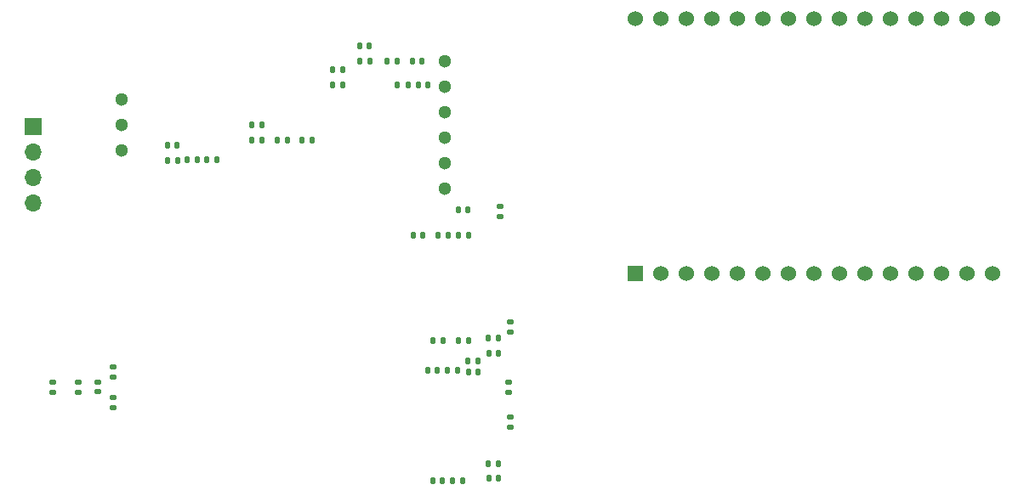
<source format=gbr>
%TF.GenerationSoftware,KiCad,Pcbnew,8.0.3*%
%TF.CreationDate,2024-08-29T14:55:06+08:00*%
%TF.ProjectId,Full_withESP,46756c6c-5f77-4697-9468-4553502e6b69,rev?*%
%TF.SameCoordinates,Original*%
%TF.FileFunction,Soldermask,Bot*%
%TF.FilePolarity,Negative*%
%FSLAX46Y46*%
G04 Gerber Fmt 4.6, Leading zero omitted, Abs format (unit mm)*
G04 Created by KiCad (PCBNEW 8.0.3) date 2024-08-29 14:55:06*
%MOMM*%
%LPD*%
G01*
G04 APERTURE LIST*
G04 Aperture macros list*
%AMRoundRect*
0 Rectangle with rounded corners*
0 $1 Rounding radius*
0 $2 $3 $4 $5 $6 $7 $8 $9 X,Y pos of 4 corners*
0 Add a 4 corners polygon primitive as box body*
4,1,4,$2,$3,$4,$5,$6,$7,$8,$9,$2,$3,0*
0 Add four circle primitives for the rounded corners*
1,1,$1+$1,$2,$3*
1,1,$1+$1,$4,$5*
1,1,$1+$1,$6,$7*
1,1,$1+$1,$8,$9*
0 Add four rect primitives between the rounded corners*
20,1,$1+$1,$2,$3,$4,$5,0*
20,1,$1+$1,$4,$5,$6,$7,0*
20,1,$1+$1,$6,$7,$8,$9,0*
20,1,$1+$1,$8,$9,$2,$3,0*%
G04 Aperture macros list end*
%ADD10C,1.300000*%
%ADD11R,1.524000X1.524000*%
%ADD12C,1.524000*%
%ADD13R,1.700000X1.700000*%
%ADD14O,1.700000X1.700000*%
%ADD15RoundRect,0.140000X-0.170000X0.140000X-0.170000X-0.140000X0.170000X-0.140000X0.170000X0.140000X0*%
%ADD16RoundRect,0.135000X-0.135000X-0.185000X0.135000X-0.185000X0.135000X0.185000X-0.135000X0.185000X0*%
%ADD17RoundRect,0.135000X0.185000X-0.135000X0.185000X0.135000X-0.185000X0.135000X-0.185000X-0.135000X0*%
%ADD18RoundRect,0.140000X0.140000X0.170000X-0.140000X0.170000X-0.140000X-0.170000X0.140000X-0.170000X0*%
%ADD19RoundRect,0.140000X-0.140000X-0.170000X0.140000X-0.170000X0.140000X0.170000X-0.140000X0.170000X0*%
%ADD20RoundRect,0.135000X0.135000X0.185000X-0.135000X0.185000X-0.135000X-0.185000X0.135000X-0.185000X0*%
%ADD21RoundRect,0.135000X-0.185000X0.135000X-0.185000X-0.135000X0.185000X-0.135000X0.185000X0.135000X0*%
G04 APERTURE END LIST*
D10*
%TO.C,U2*%
X101800000Y-91400000D03*
X101800000Y-88860000D03*
X101800000Y-86320000D03*
X134000000Y-82500000D03*
X134000000Y-85040000D03*
X134000000Y-87580000D03*
X134000000Y-90120000D03*
X134000000Y-92660000D03*
X134000000Y-95200000D03*
%TD*%
D11*
%TO.C,U5*%
X152940000Y-103700000D03*
D12*
X155480000Y-103700000D03*
X158020000Y-103700000D03*
X160560000Y-103700000D03*
X163100000Y-103700000D03*
X165640000Y-103700000D03*
X168180000Y-103700000D03*
X170720000Y-103700000D03*
X173260000Y-103700000D03*
X175800000Y-103700000D03*
X178340000Y-103700000D03*
X180880000Y-103700000D03*
X183420000Y-103700000D03*
X185960000Y-103700000D03*
X188500000Y-103700000D03*
X152940000Y-78300000D03*
X155480000Y-78300000D03*
X158020000Y-78300000D03*
X160560000Y-78300000D03*
X163100000Y-78300000D03*
X165640000Y-78300000D03*
X168180000Y-78300000D03*
X170720000Y-78300000D03*
X173260000Y-78300000D03*
X175800000Y-78300000D03*
X178340000Y-78300000D03*
X180880000Y-78300000D03*
X183420000Y-78300000D03*
X185960000Y-78300000D03*
X188500000Y-78300000D03*
%TD*%
D13*
%TO.C,J1*%
X93000000Y-89000000D03*
D14*
X93000000Y-91540000D03*
X93000000Y-94080000D03*
X93000000Y-96620000D03*
%TD*%
D15*
%TO.C,C2*%
X97500000Y-114540000D03*
X97500000Y-115500000D03*
%TD*%
D16*
%TO.C,R12*%
X138310000Y-110110000D03*
X139330000Y-110110000D03*
%TD*%
D17*
%TO.C,R19*%
X140500000Y-119020000D03*
X140500000Y-118000000D03*
%TD*%
D16*
%TO.C,R16*%
X134775000Y-124360000D03*
X135795000Y-124360000D03*
%TD*%
D15*
%TO.C,C1*%
X95000000Y-114540000D03*
X95000000Y-115500000D03*
%TD*%
D16*
%TO.C,R15*%
X134260000Y-113360000D03*
X135280000Y-113360000D03*
%TD*%
D18*
%TO.C,C9*%
X123810000Y-83360000D03*
X122850000Y-83360000D03*
%TD*%
D19*
%TO.C,C13*%
X138370000Y-111610000D03*
X139330000Y-111610000D03*
%TD*%
D16*
%TO.C,R9*%
X133360000Y-99860000D03*
X134380000Y-99860000D03*
%TD*%
D20*
%TO.C,R7*%
X126560000Y-82500000D03*
X125540000Y-82500000D03*
%TD*%
D19*
%TO.C,C19*%
X138370000Y-124110000D03*
X139330000Y-124110000D03*
%TD*%
%TO.C,C17*%
X132825000Y-124360000D03*
X133785000Y-124360000D03*
%TD*%
D18*
%TO.C,C5*%
X132300000Y-84860000D03*
X131340000Y-84860000D03*
%TD*%
D19*
%TO.C,C12*%
X132850000Y-110360000D03*
X133810000Y-110360000D03*
%TD*%
D16*
%TO.C,R17*%
X136320000Y-112420000D03*
X137340000Y-112420000D03*
%TD*%
D17*
%TO.C,R20*%
X140500000Y-109500000D03*
X140500000Y-108480000D03*
%TD*%
D19*
%TO.C,C18*%
X136380000Y-113470000D03*
X137340000Y-113470000D03*
%TD*%
D21*
%TO.C,R1*%
X101000000Y-112990000D03*
X101000000Y-114010000D03*
%TD*%
D20*
%TO.C,R8*%
X123840000Y-84860000D03*
X122820000Y-84860000D03*
%TD*%
D16*
%TO.C,R10*%
X135330000Y-99860000D03*
X136350000Y-99860000D03*
%TD*%
D18*
%TO.C,C6*%
X111280000Y-92360000D03*
X110320000Y-92360000D03*
%TD*%
%TO.C,C15*%
X115780000Y-88860000D03*
X114820000Y-88860000D03*
%TD*%
D20*
%TO.C,R5*%
X109340000Y-92360000D03*
X108320000Y-92360000D03*
%TD*%
D19*
%TO.C,C11*%
X135370000Y-97360000D03*
X136330000Y-97360000D03*
%TD*%
D18*
%TO.C,C14*%
X107330000Y-90920000D03*
X106370000Y-90920000D03*
%TD*%
D20*
%TO.C,R3*%
X129240000Y-82500000D03*
X128220000Y-82500000D03*
%TD*%
D16*
%TO.C,R11*%
X135320000Y-110360000D03*
X136340000Y-110360000D03*
%TD*%
D18*
%TO.C,C8*%
X126500000Y-81000000D03*
X125540000Y-81000000D03*
%TD*%
D16*
%TO.C,R18*%
X138310000Y-122610000D03*
X139330000Y-122610000D03*
%TD*%
D20*
%TO.C,R4*%
X130320000Y-84860000D03*
X129300000Y-84860000D03*
%TD*%
D21*
%TO.C,R22*%
X140330000Y-114480000D03*
X140330000Y-115500000D03*
%TD*%
D19*
%TO.C,C10*%
X130870000Y-99860000D03*
X131830000Y-99860000D03*
%TD*%
D20*
%TO.C,R6*%
X118330000Y-90360000D03*
X117310000Y-90360000D03*
%TD*%
D18*
%TO.C,C7*%
X120770000Y-90360000D03*
X119810000Y-90360000D03*
%TD*%
D20*
%TO.C,R14*%
X115840000Y-90360000D03*
X114820000Y-90360000D03*
%TD*%
D17*
%TO.C,R21*%
X139500000Y-98020000D03*
X139500000Y-97000000D03*
%TD*%
D20*
%TO.C,R13*%
X107390000Y-92420000D03*
X106370000Y-92420000D03*
%TD*%
D19*
%TO.C,C16*%
X132320000Y-113360000D03*
X133280000Y-113360000D03*
%TD*%
D18*
%TO.C,C4*%
X131720000Y-82500000D03*
X130760000Y-82500000D03*
%TD*%
D15*
%TO.C,C3*%
X99500000Y-114520000D03*
X99500000Y-115480000D03*
%TD*%
D21*
%TO.C,R2*%
X101000000Y-116000000D03*
X101000000Y-117020000D03*
%TD*%
M02*

</source>
